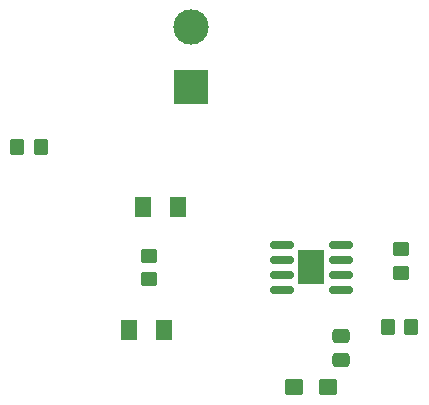
<source format=gbr>
%TF.GenerationSoftware,KiCad,Pcbnew,(6.0.10-0)*%
%TF.CreationDate,2023-02-17T12:31:35-08:00*%
%TF.ProjectId,Lab4exercise2,4c616234-6578-4657-9263-697365322e6b,rev?*%
%TF.SameCoordinates,Original*%
%TF.FileFunction,Soldermask,Top*%
%TF.FilePolarity,Negative*%
%FSLAX46Y46*%
G04 Gerber Fmt 4.6, Leading zero omitted, Abs format (unit mm)*
G04 Created by KiCad (PCBNEW (6.0.10-0)) date 2023-02-17 12:31:35*
%MOMM*%
%LPD*%
G01*
G04 APERTURE LIST*
G04 Aperture macros list*
%AMRoundRect*
0 Rectangle with rounded corners*
0 $1 Rounding radius*
0 $2 $3 $4 $5 $6 $7 $8 $9 X,Y pos of 4 corners*
0 Add a 4 corners polygon primitive as box body*
4,1,4,$2,$3,$4,$5,$6,$7,$8,$9,$2,$3,0*
0 Add four circle primitives for the rounded corners*
1,1,$1+$1,$2,$3*
1,1,$1+$1,$4,$5*
1,1,$1+$1,$6,$7*
1,1,$1+$1,$8,$9*
0 Add four rect primitives between the rounded corners*
20,1,$1+$1,$2,$3,$4,$5,0*
20,1,$1+$1,$4,$5,$6,$7,0*
20,1,$1+$1,$6,$7,$8,$9,0*
20,1,$1+$1,$8,$9,$2,$3,0*%
G04 Aperture macros list end*
%ADD10RoundRect,0.250000X-0.350000X-0.450000X0.350000X-0.450000X0.350000X0.450000X-0.350000X0.450000X0*%
%ADD11R,3.000000X3.000000*%
%ADD12C,3.000000*%
%ADD13RoundRect,0.150000X-0.825000X-0.150000X0.825000X-0.150000X0.825000X0.150000X-0.825000X0.150000X0*%
%ADD14R,2.290000X3.000000*%
%ADD15RoundRect,0.250000X0.450000X-0.350000X0.450000X0.350000X-0.450000X0.350000X-0.450000X-0.350000X0*%
%ADD16RoundRect,0.250000X0.350000X0.450000X-0.350000X0.450000X-0.350000X-0.450000X0.350000X-0.450000X0*%
%ADD17RoundRect,0.250000X-0.475000X0.337500X-0.475000X-0.337500X0.475000X-0.337500X0.475000X0.337500X0*%
%ADD18RoundRect,0.250000X0.537500X0.425000X-0.537500X0.425000X-0.537500X-0.425000X0.537500X-0.425000X0*%
%ADD19RoundRect,0.250001X-0.462499X-0.624999X0.462499X-0.624999X0.462499X0.624999X-0.462499X0.624999X0*%
%ADD20RoundRect,0.250000X-0.450000X0.350000X-0.450000X-0.350000X0.450000X-0.350000X0.450000X0.350000X0*%
G04 APERTURE END LIST*
D10*
%TO.C,R3*%
X126860000Y-97510000D03*
X128860000Y-97510000D03*
%TD*%
D11*
%TO.C,J1*%
X141560000Y-92430000D03*
D12*
X141560000Y-87350000D03*
%TD*%
D13*
%TO.C,U1*%
X149275000Y-105765000D03*
X149275000Y-107035000D03*
X149275000Y-108305000D03*
X149275000Y-109575000D03*
X154225000Y-109575000D03*
X154225000Y-108305000D03*
X154225000Y-107035000D03*
X154225000Y-105765000D03*
D14*
X151750000Y-107670000D03*
%TD*%
D15*
%TO.C,R4*%
X138020000Y-108670000D03*
X138020000Y-106670000D03*
%TD*%
D16*
%TO.C,R2*%
X160230000Y-112710000D03*
X158230000Y-112710000D03*
%TD*%
D17*
%TO.C,C2*%
X154260000Y-113451248D03*
X154260000Y-115526248D03*
%TD*%
D18*
%TO.C,C1*%
X153157500Y-117830000D03*
X150282500Y-117830000D03*
%TD*%
D19*
%TO.C,D2*%
X137532500Y-102590000D03*
X140507500Y-102590000D03*
%TD*%
D20*
%TO.C,R1*%
X159348808Y-106115000D03*
X159348808Y-108115000D03*
%TD*%
D19*
%TO.C,D1*%
X136320000Y-112945000D03*
X139295000Y-112945000D03*
%TD*%
M02*

</source>
